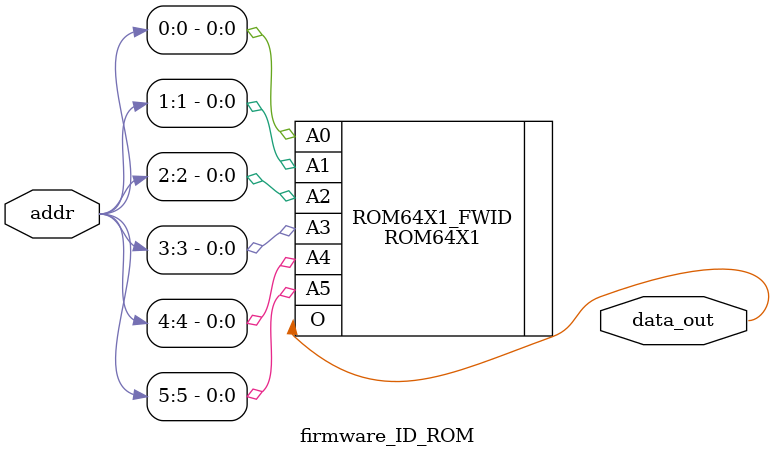
<source format=v>
`timescale 1ns / 1ps


module firmware_ID_ROM(
    input [5:0] addr,
    output data_out
    );
    
      ROM64X1 #(
      .INIT(64'h1234deadbeef5678) // Contents of ROM
   ) ROM64X1_FWID (
      .O(data_out),   // ROM output
      .A0(addr[0]), // ROM address[0]
      .A1(addr[1]), // ROM address[1]
      .A2(addr[2]), // ROM address[2]
      .A3(addr[3]), // ROM address[3]
      .A4(addr[4]), // ROM address[4]
      .A5(addr[5])  // ROM address[5]
   );

endmodule

</source>
